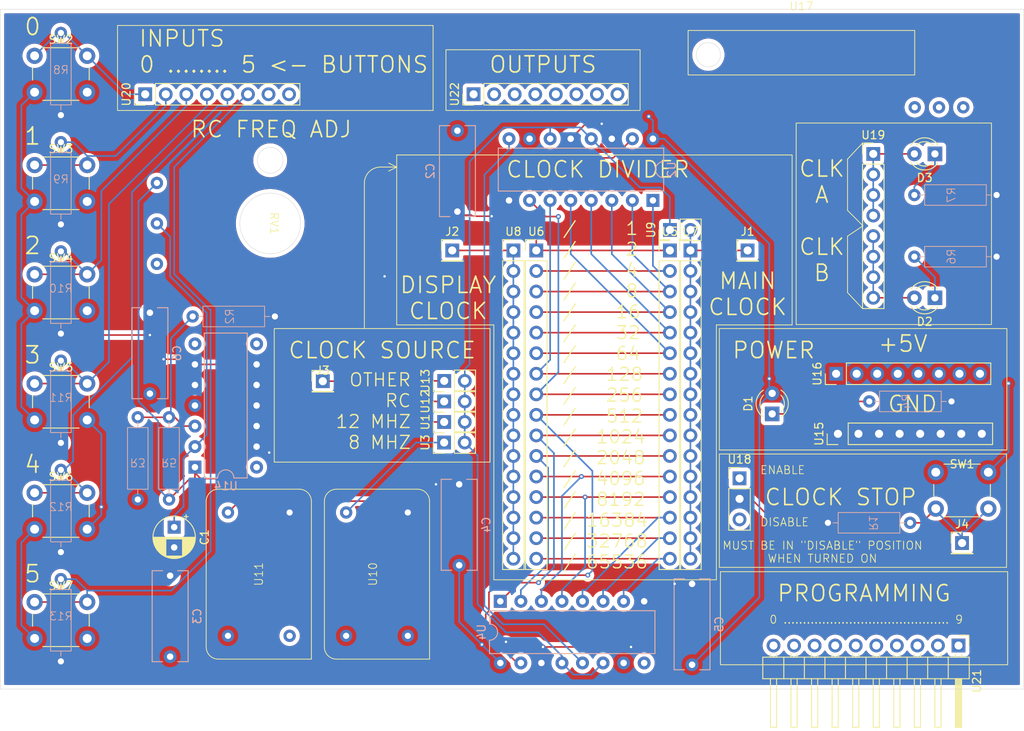
<source format=kicad_pcb>
(kicad_pcb (version 20240108) (generator "pcbnew") (generator_version "8.0")
  (layers (0 "F.Cu" signal) (31 "B.Cu" signal) (34 "B.Paste" user) (35 "F.Paste" user) (36 "B.SilkS" user "B.Silkscreen") (37 "F.SilkS" user "F.Silkscreen") (38 "B.Mask" user) (39 "F.Mask" user) (44 "Edge.Cuts" user))
  (net 0 "")
  (net 1 "Net-(U14-IN-_1)")
  (net 2 "Net-(D1-A)")
  (net 3 "Net-(D1-K)")
  (net 4 "Net-(D2-A)")
  (net 5 "Net-(D2-K)")
  (net 6 "Net-(D3-A)")
  (net 7 "Net-(D3-K)")
  (net 8 "Net-(J1-Pin_1)")
  (net 9 "Net-(J2-Pin_1)")
  (net 10 "Net-(J3-Pin_1)")
  (net 11 "Net-(J4-Pin_1)")
  (net 12 "Net-(U14-IN+_1)")
  (net 13 "Net-(U12-A)")
  (net 15 "Net-(U1-B)")
  (net 16 "Net-(U1-A)")
  (net 17 "Net-(U2-Q6)")
  (net 18 "Net-(U2-Q4)")
  (net 19 "Net-(U2-Q1)")
  (net 20 "Net-(U2-RCO#)")
  (net 21 "Net-(U2-Q7)")
  (net 22 "Net-(U2-Q5)")
  (net 23 "Net-(U2-Q2)")
  (net 24 "Net-(U2-Q0)")
  (net 25 "Net-(U2-Q3)")
  (net 26 "Net-(U10-CLK)")
  (net 27 "Net-(U4-Q4)")
  (net 28 "Net-(U4-Q5)")
  (net 29 "Net-(U4-Q6)")
  (net 30 "Net-(U4-Q2)")
  (net 31 "Net-(U4-Q3)")
  (net 32 "Net-(U4-Q0)")
  (net 33 "Net-(U4-Q7)")
  (net 34 "Net-(U4-Q1)")
  (net 45 "Net-(U10-GND)")
  (net 46 "Net-(U20-0)")
  (net 47 "Net-(U20-1)")
  (net 48 "Net-(U20-2)")
  (net 49 "Net-(U20-3)")
  (net 50 "Net-(U20-4)")
  (net 51 "Net-(U20-5)")
  (footprint "custom_footprint_library:panel_mount_pot" (layer "F.Cu") (at 87.865 73.46 -90)
    (property "Reference" "RV1")
    (property "Value" "R_Potentiometer")
    (fp_circle (center -7.8 0) (end -6.2 0) (stroke (width 0.05)) (fill none) (layer "Edge.Cuts"))
    (fp_circle (center 0 0) (end 3.75 0) (stroke (width 0.05)) (fill none) (layer "Edge.Cuts"))
  )
  (footprint "Connector_PinHeader_2.54mm:PinHeader_1x01_P2.54mm_Vertical" (layer "F.Cu") (at 94.365 92.96)
    (property "Reference" "J3")
    (property "Value" "Conn_01x01_Pin")
  )
  (footprint "LED_THT:LED_D3.0mm" (layer "F.Cu") (at 149.9 97 90)
    (property "Reference" "D1")
    (property "Value" "LED")
  )
  (footprint "Connector_PinHeader_2.54mm:PinHeader_1x08_P2.54mm_Vertical" (layer "F.Cu") (at 113 57.5 90)
    (property "Reference" "U22")
    (property "Value" "~")
  )
  (footprint "Connector_PinHeader_2.54mm:PinHeader_1x16_P2.54mm_Vertical" (layer "F.Cu") (at 117.915 76.8)
    (property "Reference" "U8")
    (property "Value" "~")
  )
  (footprint "Connector_PinHeader_2.54mm:PinHeader_1x08_P2.54mm_Vertical" (layer "F.Cu") (at 162.39 64.87)
    (property "Reference" "U19")
    (property "Value" "~")
  )
  (footprint "Button_Switch_THT:SW_PUSH_6mm" (layer "F.Cu") (at 58.75 79.75)
    (property "Reference" "SW4")
    (property "Value" "SW_Push")
  )
  (footprint "Connector_PinHeader_2.54mm:PinHeader_1x08_P2.54mm_Vertical" (layer "F.Cu") (at 158.025 99.46 90)
    (property "Reference" "U15")
    (property "Value" "~")
  )
  (footprint "Capacitor_THT:CP_Radial_D5.0mm_P2.50mm" (layer "F.Cu") (at 76 111 -90)
    (property "Reference" "C1")
    (property "Value" "C")
  )
  (footprint "Button_Switch_THT:SW_PUSH_6mm" (layer "F.Cu") (at 58.75 106.75)
    (property "Reference" "SW6")
    (property "Value" "SW_Push")
  )
  (footprint "LED_THT:LED_D3.0mm" (layer "F.Cu") (at 170.01 64.87 180)
    (property "Reference" "D3")
    (property "Value" "LED")
  )
  (footprint "Button_Switch_THT:SW_PUSH_6mm" (layer "F.Cu") (at 58.75 66.25)
    (property "Reference" "SW3")
    (property "Value" "SW_Push")
  )
  (footprint "Button_Switch_THT:SW_PUSH_6mm" (layer "F.Cu") (at 58.75 93.25)
    (property "Reference" "SW5")
    (property "Value" "SW_Push")
  )
  (footprint "Connector_PinHeader_2.54mm:PinHeader_1x01_P2.54mm_Vertical" (layer "F.Cu") (at 173.365 112.96)
    (property "Reference" "J4")
    (property "Value" "Conn_01x01_Pin" (hide yes))
  )
  (footprint "Connector_PinHeader_2.54mm:PinHeader_1x10_P2.54mm_Horizontal" (layer "F.Cu") (at 172.925 125.625 -90)
    (property "Reference" "U21")
    (property "Value" "~")
  )
  (footprint "custom_footprint_library:crystal_dip_14" (layer "F.Cu") (at 86.455 116.805 90)
    (property "Reference" "U11")
    (property "Value" "~")
  )
  (footprint "Button_Switch_THT:SW_PUSH_6mm" (layer "F.Cu") (at 58.75 52.75)
    (property "Reference" "SW2")
    (property "Value" "SW_Push")
  )
  (footprint "Connector_PinHeader_2.54mm:PinHeader_1x16_P2.54mm_Vertical" (layer "F.Cu") (at 120.745 76.8)
    (property "Reference" "U6")
    (property "Value" "~")
  )
  (footprint "Connector_PinHeader_2.54mm:PinHeader_1x02_P2.54mm_Vertical" (layer "F.Cu") (at 109.365 98 90)
    (property "Reference" "U1")
    (property "Value" "~")
  )
  (footprint "Connector_PinHeader_2.54mm:PinHeader_1x03_P2.54mm_Vertical" (layer "F.Cu") (at 145.865 104.96)
    (property "Reference" "U18")
    (property "Value" "~")
  )
  (footprint "Button_Switch_THT:SW_PUSH_6mm" (layer "F.Cu") (at 58.75 120.25)
    (property "Reference" "SW7")
    (property "Value" "SW_Push")
  )
  (footprint "custom_footprint_library:manual_clock_switch_side" (layer "F.Cu") (at 153.5125 47.1125)
    (property "Reference" "U17")
    (property "Value" "~")
    (fp_circle (center -11.5 5.5) (end -11.5 7) (stroke (width 0.05)) (fill none) (layer "Edge.Cuts"))
  )
  (footprint "Connector_PinHeader_2.54mm:PinHeader_1x02_P2.54mm_Vertical" (layer "F.Cu") (at 137.255 74.26 90)
    (property "Reference" "U9")
    (property "Value" "~")
  )
  (footprint "Connector_PinHeader_2.54mm:PinHeader_1x02_P2.54mm_Vertical" (layer "F.Cu") (at 109.365 95.46 90)
    (property "Reference" "U12")
    (property "Value" "~")
  )
  (footprint "custom_footprint_library:crystal_dip_14" (layer "F.Cu") (at 101.06 116.805 90)
    (property "Reference" "U10")
    (property "Value" "~")
  )
  (footprint "Connector_PinHeader_2.54mm:PinHeader_1x01_P2.54mm_Vertical" (layer "F.Cu") (at 146.865 76.8)
    (property "Reference" "J1")
    (property "Value" "Conn_01x01_Pin")
  )
  (footprint "Connector_PinHeader_2.54mm:PinHeader_1x01_P2.54mm_Vertical" (layer "F.Cu") (at 110.365 76.8)
    (property "Reference" "J2")
    (property "Value" "Conn_01x01_Pin")
  )
  (footprint "Connector_PinHeader_2.54mm:PinHeader_1x08_P2.54mm_Vertical" (layer "F.Cu") (at 157.8 92.04 90)
    (property "Reference" "U16")
    (property "Value" "~")
  )
  (footprint "Connector_PinHeader_2.54mm:PinHeader_1x02_P2.54mm_Vertical" (layer "F.Cu") (at 109.36 100.54 90)
    (property "Reference" "U3")
    (property "Value" "~")
  )
  (footprint "LED_THT:LED_D3.0mm" (layer "F.Cu") (at 170.01 82.65 180)
    (property "Reference" "D2")
    (property "Value" "LED")
  )
  (footprint "Button_Switch_THT:SW_PUSH_6mm" (layer "F.Cu") (at 170.115 104.21)
    (property "Reference" "SW1")
    (property "Value" "SW_Push")
  )
  (footprint "Connector_PinHeader_2.54mm:PinHeader_1x08_P2.54mm_Vertical" (layer "F.Cu") (at 72.42 57.5 90)
    (property "Reference" "U20")
    (property "Value" "~")
  )
  (footprint "Connector_PinHeader_2.54mm:PinHeader_1x16_P2.54mm_Vertical" (layer "F.Cu") (at 139.795 76.8)
    (property "Reference" "U7")
    (property "Value" "~")
  )
  (footprint "Connector_PinHeader_2.54mm:PinHeader_1x02_P2.54mm_Vertical" (layer "F.Cu") (at 109.37 92.92 90)
    (property "Reference" "U13")
    (property "Value" "~")
  )
  (footprint "Connector_PinHeader_2.54mm:PinHeader_1x16_P2.54mm_Vertical" (layer "F.Cu") (at 137.255 76.8)
    (property "Reference" "U5")
    (property "Value" "~")
  )
  (footprint "custom_footprint_library:0.4_pitch_resistor" (layer "B.Cu") (at 166.98 95.46 -90)
    (property "Reference" "R4")
    (property "Value" "R")
  )
  (footprint "custom_footprint_library:0.4_pitch_resistor" (layer "B.Cu") (at 172.55 69.95 -90)
    (property "Reference" "R7")
    (property "Value" "R")
  )
  (footprint "custom_footprint_library:0.4_pitch_resistor" (layer "B.Cu") (at 62 55 180)
    (property "Reference" "R8")
    (property "Value" "R")
  )
  (footprint "custom_footprint_library:0.4_pitch_resistor" (layer "B.Cu") (at 83.365 84.96 -90)
    (property "Reference" "R2")
    (property "Value" "R")
  )
  (footprint "Capacitor_THT:C_Rect_L11.0mm_W4.2mm_P10.00mm_MKT" (layer "B.Cu") (at 73 94.5 90)
    (property "Reference" "C6")
    (property "Value" "C")
  )
  (footprint "Package_DIP:DIP-16_W7.62mm" (layer "B.Cu") (at 135.16 70.62 90)
    (property "Reference" "U2")
    (property "Value" "~")
  )
  (footprint "custom_footprint_library:0.4_pitch_resistor" (layer "B.Cu") (at 62 82 180)
    (property "Reference" "R10")
    (property "Value" "R")
  )
  (footprint "custom_footprint_library:0.4_pitch_resistor" (layer "B.Cu") (at 172.55 77.57 -90)
    (property "Reference" "R6")
    (property "Value" "R")
  )
  (footprint "custom_footprint_library:0.4_pitch_resistor" (layer "B.Cu") (at 75.365 102.5)
    (property "Reference" "R5")
    (property "Value" "R")
  )
  (footprint "custom_footprint_library:0.4_pitch_resistor" (layer "B.Cu") (at 62 68.5 180)
    (property "Reference" "R9")
    (property "Value" "R")
  )
  (footprint "custom_footprint_library:0.4_pitch_resistor" (layer "B.Cu") (at 62 109 180)
    (property "Reference" "R12")
    (property "Value" "R")
  )
  (footprint "Package_DIP:DIP-16_W7.62mm" (layer "B.Cu") (at 116.3 120.16 -90)
    (property "Reference" "U4")
    (property "Value" "~")
  )
  (footprint "Capacitor_THT:C_Rect_L11.0mm_W4.2mm_P10.00mm_MKT" (layer "B.Cu") (at 111 62 -90)
    (property "Reference" "C2")
    (property "Value" "C")
  )
  (footprint "custom_footprint_library:0.4_pitch_resistor" (layer "B.Cu") (at 62 95.5 180)
    (property "Reference" "R11")
    (property "Value" "R")
  )
  (footprint "custom_footprint_library:0.4_pitch_resistor" (layer "B.Cu") (at 71.5 102.5)
    (property "Reference" "R3")
    (property "Value" "R")
  )
  (footprint "custom_footprint_library:0.4_pitch_resistor" (layer "B.Cu") (at 62 122.5 180)
    (property "Reference" "R13")
    (property "Value" "R")
  )
  (footprint "Capacitor_THT:C_Rect_L11.0mm_W4.2mm_P10.00mm_MKT" (layer "B.Cu") (at 75.5 127 90)
    (property "Reference" "C3")
    (property "Value" "C")
  )
  (footprint "custom_footprint_library:0.4_pitch_resistor" (layer "B.Cu") (at 161.865 110.46 90)
    (property "Reference" "R1")
    (property "Value" "R")
  )
  (footprint "Capacitor_THT:C_Rect_L11.0mm_W4.2mm_P10.00mm_MKT" (layer "B.Cu") (at 140 128 90)
    (property "Reference" "C5")
    (property "Value" "C")
  )
  (footprint "Capacitor_THT:C_Rect_L11.0mm_W4.2mm_P10.00mm_MKT" (layer "B.Cu") (at 111.22 115.705 90)
    (property "Reference" "C4")
    (property "Value" "C")
  )
  (footprint "Package_DIP:DIP-14_W7.62mm" (layer "B.Cu") (at 78.565 103.585)
    (property "Reference" "U14")
    (property "Value" "~")
  )
  (gr_rect (start 152.865 61.06) (end 176.995 85.96) (stroke (width 0.1)) (fill none) (layer "F.SilkS"))
  (gr_line (start 152.365 65) (end 152.365 86) (stroke (width 0.1)) (layer "F.SilkS"))
  (gr_line (start 159.215 65.505) (end 159.215 71.855) (stroke (width 0.1)) (layer "F.SilkS"))
  (gr_rect (start 69 49) (end 108 59.5) (stroke (width 0.1)) (fill none) (layer "F.SilkS"))
  (gr_line (start 103.5 66.5) (end 102.5 67) (stroke (width 0.1)) (layer "F.SilkS"))
  (gr_line (start 103.5 65) (end 152.365 65) (stroke (width 0.1)) (layer "F.SilkS"))
  (gr_line (start 152.365 86) (end 143 86) (stroke (width 0.1)) (layer "F.SilkS"))
  (gr_line (start 159.215 71.855) (end 161.12 73.76) (stroke (width 0.1)) (layer "F.SilkS"))
  (gr_line (start 115.5 86) (end 103.5 86) (stroke (width 0.1)) (layer "F.SilkS"))
  (gr_line (start 115.5 117.5) (end 115.5 86) (stroke (width 0.1)) (layer "F.SilkS"))
  (gr_rect (start 143.365 101.96) (end 178.865 115.96) (stroke (width 0.1)) (fill none) (layer "F.SilkS"))
  (gr_line (start 103.5 86) (end 103.5 65) (stroke (width 0.1)) (layer "F.SilkS"))
  (gr_rect (start 109.58 52) (end 133.58 59.5) (stroke (width 0.1)) (fill none) (layer "F.SilkS"))
  (gr_line (start 159.215 75.03) (end 159.215 82.015) (stroke (width 0.1)) (layer "F.SilkS"))
  (gr_line (start 159.215 82.015) (end 161.06 83.98) (stroke (width 0.1)) (layer "F.SilkS"))
  (gr_line (start 143 117.5) (end 115.5 117.5) (stroke (width 0.1)) (layer "F.SilkS"))
  (gr_line (start 101.5 66.5) (end 103.5 66.5) (stroke (width 0.1)) (layer "F.SilkS"))
  (gr_arc (start 99.5 68.5) (mid 100.085786 67.085786) (end 101.5 66.5) (stroke (width 0.1)) (layer "F.SilkS"))
  (gr_line (start 103.5 66.5) (end 102.5 66) (stroke (width 0.1)) (layer "F.SilkS"))
  (gr_line (start 161.12 73.76) (end 159.215 75.03) (stroke (width 0.1)) (layer "F.SilkS"))
  (gr_line (start 161.06 63.54) (end 159.215 65.505) (stroke (width 0.1)) (layer "F.SilkS"))
  (gr_line (start 99.5 86.46) (end 99.5 68.5) (stroke (width 0.1)) (layer "F.SilkS"))
  (gr_line (start 143 86) (end 143 117.5) (stroke (width 0.1)) (layer "F.SilkS"))
  (gr_rect (start 54.5 47) (end 181 131) (stroke (width 0.05)) (fill none) (layer "Edge.Cuts"))
  (gr_text "CLK\nA\n\nCLK\nB" (at 156.04 80.745 0) (layer "F.SilkS") (effects (font (size 2 2) (thickness 0.2)) (justify bottom)))
  (gr_text "OUTPUTS" (at 121.58 55 0) (layer "F.SilkS") (effects (font (size 2 2) (thickness 0.2)) (justify bottom)))
  (gr_text "CLOCK DIVIDER" (at 128.365 67.96 0) (layer "F.SilkS") (effects (font (size 2 2) (thickness 0.2)) (justify bottom)))
  (gr_text "OTHER\nRC\n12 MHZ\n8 MHZ" (at 105.365 101.46 0) (layer "F.SilkS") (effects (font (size 1.6 1.6) (thickness 0.16)) (justify right bottom)))
  (gr_text "/     1\n/     2\n/     4\n/     8\n/    16\n/    32\n/    64\n/   128\n/   256\n/   512\n/  1024\n/  2048\n/  4096\n/  8192\n/ 16384\n/ 32768\n/ 65536\n" (at 123.92 116.23 0) (layer "F.SilkS") (effects (font (size 1.6 1.6) (thickness 0.16)) (justify left bottom)))
  (gr_text "DISPLAY\nCLOCK" (at 109.865 85.46 0) (layer "F.SilkS") (effects (font (size 2 2) (thickness 0.2)) (justify bottom)))
  (gr_text "INPUTS\n0 ........ 5 <- BUTTONS" (at 71.54 55 0) (layer "F.SilkS") (effects (font (size 2 2) (thickness 0.2)) (justify left bottom)))
  (gr_text "0 ........................................... 9" (at 149.5 123 0) (layer "F.SilkS") (effects (font (size 1 1) (thickness 0.1)) (justify left bottom)))
  (gr_text "0\n\n\n\n1\n\n\n\n2\n\n\n\n3\n\n\n\n4\n\n\n\n5" (at 58.5 118 0) (layer "F.SilkS") (effects (font (size 2.1 2.1) (thickness 0.21)) (justify bottom)))
  (gr_text "CLOCK STOP" (at 158.365 108.46 0) (layer "F.SilkS") (effects (font (size 2 2) (thickness 0.2)) (justify bottom)))
  (gr_text "ENABLE\n\n\n\nDISABLE" (at 148.365 110.96 0) (layer "F.SilkS") (effects (font (size 1 1) (thickness 0.1)) (justify left bottom)))
  (gr_text "GND" (at 164.065 96.96 0) (layer "F.SilkS") (effects (font (size 2 2) (thickness 0.2)) (justify left bottom)))
  (gr_text "+5V" (at 162.88 89.5 0) (layer "F.SilkS") (effects (font (size 2 2) (thickness 0.2)) (justify left bottom)))
  (gr_text "RC FREQ ADJ" (at 88 63 0) (layer "F.SilkS") (effects (font (size 2 2) (thickness 0.2)) (justify bottom)))
  (gr_text "MUST BE IN {dblquote}DISABLE{dblquote} POSITION\nWHEN TURNED ON" (at 156.115 115.46 0) (layer "F.SilkS") (effects (font (size 1 1) (thickness 0.1)) (justify bottom)))
  (gr_text "MAIN\nCLOCK" (at 146.865 84.96 0) (layer "F.SilkS") (effects (font (size 2 2) (thickness 0.2)) (justify bottom)))
  (gr_text_box "POWER" (start 143.365 86.46) (end 178.9 101.46) (layer "F.SilkS") (effects (font (size 2 2) (thickness 0.2)) (justify left top)) (border yes) (stroke (width 0.1)))
  (gr_text_box "PROGRAMMING" (start 143.5 116.5) (end 179 128) (layer "F.SilkS") (effects (font (size 2 2) (thickness 0.2)) (justify top)) (border yes) (stroke (width 0.1)))
  (gr_text_box "CLOCK SOURCE" (start 88.365 86.46) (end 115.035 102.96) (layer "F.SilkS") (effects (font (size 2 2) (thickness 0.2)) (justify top)) (border yes) (stroke (width 0.1)))
  (segment (start 77.1633 108.435) (end 77.1633 102.4467) (width 0.2) (layer "B.Cu") (net 1))
  (segment (start 73.865 73.46) (end 75.5 75.095) (width 0.2) (layer "B.Cu") (net 1))
  (segment (start 75.5 75.095) (end 75.5 80) (width 0.2) (layer "B.Cu") (net 1))
  (segment (start 75.5 80) (end 80.0111 84.5111) (width 0.2) (layer "B.Cu") (net 1))
  (segment (start 80.0111 84.5111) (end 80.0111 99.5989) (width 0.2) (layer "B.Cu") (net 1))
  (segment (start 80.0111 99.5989) (end 78.565 101.045) (width 0.2) (layer "B.Cu") (net 1))
  (segment (start 76 111) (end 76 109.5983) (width 0.2) (layer "B.Cu") (net 1))
  (segment (start 77.1633 102.4467) (end 78.565 101.045) (width 0.2) (layer "B.Cu") (net 1))
  (segment (start 76 109.5983) (end 77.1633 108.435) (width 0.2) (layer "B.Cu") (net 1))
  (segment (start 78.565 95.965) (end 77.1633 95.965) (width 0.2) (layer "F.Cu") (net 2))
  (segment (start 73 94.5) (end 68.5 94.5) (width 0.2) (layer "F.Cu") (net 2))
  (segment (start 132.9727 129.2127) (end 131.54 127.78) (width 0.2) (layer "F.Cu") (net 2))
  (segment (start 95.8765 125.7985) (end 97.25 124.425) (width 0.2) (layer "F.Cu") (net 2))
  (segment (start 117.7017 129.1817) (end 130.1383 129.1817) (width 0.2) (layer "F.Cu") (net 2))
  (segment (start 75.5 127) (end 73.25 124.75) (width 0.2) (layer "F.Cu") (net 2))
  (segment (start 111.4258 61.5742) (end 118.4942 61.5742) (width 0.2) (layer "F.Cu") (net 2))
  (segment (start 75.6983 94.5) (end 73 94.5) (width 0.2) (layer "F.Cu") (net 2))
  (segment (start 165.42 92.04) (end 167.96 92.04) (width 0.2) (layer "F.Cu") (net 2))
  (segment (start 167.96 92.04) (end 170.5 92.04) (width 0.2) (layer "F.Cu") (net 2))
  (segment (start 116.3 127.78) (end 117.7017 129.1817) (width 0.2) (layer "F.Cu") (net 2))
  (segment (start 138.7873 129.2127) (end 132.9727 129.2127) (width 0.2) (layer "F.Cu") (net 2))
  (segment (start 75.5 127) (end 80.07 127) (width 0.2) (layer "F.Cu") (net 2))
  (segment (start 58.75 97.75) (end 65.25 97.75) (width 0.2) (layer "F.Cu") (net 2))
  (segment (start 140 128) (end 138.7873 129.2127) (width 0.2) (layer "F.Cu") (net 2))
  (segment (start 67.0009 108.4928) (end 70.5872 108.4928) (width 0.2) (layer "F.Cu") (net 2))
  (segment (start 58.75 111.25) (end 65.25 111.25) (width 0.2) (layer "F.Cu") (net 2))
  (segment (start 130.1383 129.1817) (end 131.54 127.78) (width 0.2) (layer "F.Cu") (net 2))
  (segment (start 173.04 92.04) (end 175.58 92.04) (width 0.2) (layer "F.Cu") (net 2))
  (segment (start 70.5872 108.4928) (end 71.5 107.58) (width 0.2) (layer "F.Cu") (net 2))
  (segment (start 122.673 60.247) (end 119.92 63) (width 0.2) (layer "F.Cu") (net 2))
  (segment (start 111 62) (end 111.4258 61.5742) (width 0.2) (layer "F.Cu") (net 2))
  (segment (start 104.87 124.425) (end 97.25 124.425) (width 0.2) (layer "F.Cu") (net 2))
  (segment (start 58.75 84.25) (end 65.25 84.25) (width 0.2) (layer "F.Cu") (net 2))
  (segment (start 170.115 104.21) (end 176.615 104.21) (width 0.2) (layer "F.Cu") (net 2))
  (segment (start 175.58 92.04) (end 177.0317 92.04) (width 0.2) (layer "F.Cu") (net 2))
  (segment (start 157.8 92.04) (end 156.3483 92.04) (width 0.2) (layer "F.Cu") (net 2))
  (segment (start 170.5 92.04) (end 173.04 92.04) (width 0.2) (layer "F.Cu") (net 2))
  (segment (start 134.6461 60.247) (end 122.673 60.247) (width 0.2) (layer "F.Cu") (net 2))
  (segment (start 112.945 124.425) (end 114.02 125.5) (width 0.2) (layer "F.Cu") (net 2))
  (segment (start 118.4942 61.5742) (end 119.92 63) (width 0.2) (layer "F.Cu") (net 2))
  (segment (start 77.1633 95.965) (end 75.6983 94.5) (width 0.2) (layer "F.Cu") (net 2))
  (segment (start 157.8 92.04) (end 160.34 92.04) (width 0.2) (layer "F.Cu") (net 2))
  (segment (start 162.88 92.04) (end 165.42 92.04) (width 0.2) (layer "F.Cu") (net 2))
  (segment (start 155.7388 92.6495) (end 156.3483 92.04) (width 0.2) (layer "F.Cu") (net 2))
  (segment (start 58.75 124.75) (end 65.25 124.75) (width 0.2) (layer "F.Cu") (net 2))
  (segment (start 58.75 70.75) (end 65.25 70.75) (width 0.2) (layer "F.Cu") (net 2))
  (segment (start 58.75 57.25) (end 65.25 57.25) (width 0.2) (layer "F.Cu") (net 2))
  (segment (start 80.07 127) (end 82.645 124.425) (width 0.2) (layer "F.Cu") (net 2))
  (segment (start 73.25 124.75) (end 65.25 124.75) (width 0.2) (layer "F.Cu") (net 2))
  (segment (start 68.5 94.5) (end 65.25 97.75) (width 0.2) (layer "F.Cu") (net 2))
  (segment (start 84.0185 125.7985) (end 95.8765 125.7985) (width 0.2) (layer "F.Cu") (net 2))
  (segment (start 82.645 124.425) (end 84.0185 125.7985) (width 0.2) (layer "F.Cu") (net 2))
  (segment (start 178.2254 93.2337) (end 177.0317 92.04) (width 0.2) (layer "F.Cu") (net 2))
  (segment (start 104.87 124.425) (end 112.945 124.425) (width 0.2) (layer "F.Cu") (net 2))
  (segment (start 179.11 93.2337) (end 178.2254 93.2337) (width 0.2) (layer "F.Cu") (net 2))
  (segment (start 160.34 92.04) (end 162.88 92.04) (width 0.2) (layer "F.Cu") (net 2))
  (segment (start 149.5415 92.6495) (end 155.7388 92.6495) (width 0.2) (layer "F.Cu") (net 2))
  (via (at 134.6461 60.247) (size 0.6) (drill 0.3) (layers "F.Cu" "B.Cu") (net 2))
  (via (at 67.0009 108.4928) (size 0.6) (drill 0.3) (layers "F.Cu" "B.Cu") (net 2))
  (via (at 149.5415 92.6495) (size 0.6) (drill 0.3) (layers "F.Cu" "B.Cu") (net 2))
  (via (at 114.02 125.5) (size 0.6) (drill 0.3) (layers "F.Cu" "B.Cu") (net 2))
  (via (at 179.11 93.2337) (size 0.6) (drill 0.3) (layers "F.Cu" "B.Cu") (net 2))
  (segment (start 57.1149 96.1149) (end 57.1149 85.8851) (width 0.2) (layer "B.Cu") (net 2))
  (segment (start 149.8104 94.3703) (end 149.5415 94.1015) (width 0.2) (layer "B.Cu") (net 2))
  (segment (start 58.75 84.25) (end 57.1149 82.6149) (width 0.2) (layer "B.Cu") (net 2))
  (segment (start 111.22 115.705) (end 111.22 122.7) (width 0.2) (layer "B.Cu") (net 2))
  (segment (start 135.16 60.7609) (end 134.6461 60.247) (width 0.2) (layer "B.Cu") (net 2))
  (segment (start 65.25 97.75) (end 67.0009 99.5009) (width 0.2) (layer "B.Cu") (net 2))
  (segment (start 149.9 94.46) (end 149.8104 94.3703) (width 0.2) (layer "B.Cu") (net 2))
  (segment (start 135.16 63) (end 135.16 60.7609) (width 0.2) (layer "B.Cu") (net 2))
  (segment (start 116.3 127.78) (end 114.02 125.5) (width 0.2) (layer "B.Cu") (net 2))
  (segment (start 57.1149 112.8851) (end 57.1149 123.1149) (width 0.2) (layer "B.Cu") (net 2))
  (segment (start 65.25 111.25) (end 67.0009 109.4991) (width 0.2) (layer "B.Cu") (net 2))
  (segment (start 58.75 70.75) (end 57.1197 69.1197) (width 0.2) (layer "B.Cu") (net 2))
  (segment (start 149.5415 94.1015) (end 149.5415 92.6495) (width 0.2) (layer "B.Cu") (net 2))
  (segment (start 57.1149 72.3851) (end 58.75 70.75) (width 0.2) (layer "B.Cu") (net 2))
  (segment (start 67.0009 109.4991) (end 67.0009 108.4928) (width 0.2) (layer "B.Cu") (net 2))
  (segment (start 57.1197 69.1197) (end 57.1197 58.8803) (width 0.2) (layer "B.Cu") (net 2))
  (segment (start 58.75 97.75) (end 57.1149 96.1149) (width 0.2) (layer "B.Cu") (net 2))
  (segment (start 148.3152 119.6848) (end 148.3152 95.8655) (width 0.2) (layer "B.Cu") (net 2))
  (segment (start 179.11 101.715) (end 179.11 93.2337) (width 0.2) (layer "B.Cu") (net 2))
  (segment (start 148.3152 95.8655) (end 149.8104 94.3703) (width 0.2) (layer "B.Cu") (net 2))
  (segment (start 136.5617 63) (end 149.5415 75.9798) (width 0.2) (layer "B.Cu") (net 2))
  (segment (start 135.16 63) (end 136.5617 63) (width 0.2) (layer "B.Cu") (net 2))
  (segment (start 111.22 122.7) (end 114.02 125.5) (width 0.2) (layer "B.Cu") (net 2))
  (segment (start 57.1197 58.8803) (end 58.75 57.25) (width 0.2) (layer "B.Cu") (net 2))
  (segment (start 57.1149 123.1149) (end 58.75 124.75) (width 0.2) (layer "B.Cu") (net 2))
  (segment (start 67.0009 99.5009) (end 67.0009 108.4928) (width 0.2) (layer "B.Cu") (net 2))
  (segment (start 140 128) (end 148.3152 119.6848) (width 0.2) (layer "B.Cu") (net 2))
  (segment (start 57.1149 82.6149) (end 57.1149 72.3851) (width 0.2) (layer "B.Cu") (net 2))
  (segment (start 58.75 111.25) (end 57.1149 112.8851) (width 0.2) (layer "B.Cu") (net 2))
  (segment (start 57.1149 85.8851) (end 58.75 84.25) (width 0.2) (layer "B.Cu") (net 2))
  (segment (start 149.5415 75.9798) (end 149.5415 92.6495) (width 0.2) (layer "B.Cu") (net 2))
  (segment (start 176.615 104.21) (end 179.11 101.715) (width 0.2) (layer "B.Cu") (net 2))
  (segment (start 152.9417 95.46) (end 151.4017 97) (width 0.2) (layer "F.Cu") (net 3))
  (segment (start 161.9 95.46) (end 152.9417 95.46) (width 0.2) (layer "F.Cu") (net 3))
  (segment (start 149.9 97) (end 151.4017 97) (width 0.2) (layer "F.Cu") (net 3))
  (segment (start 167.47 82.65) (end 162.39 82.65) (width 0.2) (layer "F.Cu") (net 4))
  (segment (start 162.39 77.57) (end 162.39 75.03) (width 0.2) (layer "B.Cu") (net 4))
  (segment (start 162.39 82.65) (end 162.39 80.11) (width 0.2) (layer "B.Cu") (net 4))
  (segment (start 162.39 80.11) (end 162.39 77.57) (width 0.2) (layer "B.Cu") (net 4))
  (segment (start 167.47 77.57) (end 170.01 80.11) (width 0.2) (layer "B.Cu") (net 5))
  (segment (start 170.01 80.11) (end 170.01 82.65) (width 0.2) (layer "B.Cu") (net 5))
  (segment (start 167.47 64.87) (end 162.39 64.87) (width 0.2) (layer "F.Cu") (net 6))
  (segment (start 162.39 72.49) (end 162.39 69.95) (width 0.2) (layer "B.Cu") (net 6))
  (segment (start 162.39 69.95) (end 162.39 67.41) (width 0.2) (layer "B.Cu") (net 6))
  (segment (start 162.39 67.41) (end 162.39 64.87) (width 0.2) (layer "B.Cu") (net 6))
  (segment (start 170.01 64.87) (end 170.01 66.3717) (width 0.2) (layer "B.Cu") (net 7))
  (segment (start 167.47 68.9117) (end 170.01 66.3717) (width 0.2) (layer "B.Cu") (net 7))
  (segment (start 167.47 69.95) (end 167.47 68.9117) (width 0.2) (layer "B.Cu") (net 7))
  (segment (start 139.795 76.8) (end 146.865 76.8) (width 0.2) (layer "F.Cu") (net 8))
  (segment (start 139.795 102.2) (end 139.795 99.66) (width 0.2) (layer "B.Cu") (net 8))
  (segment (start 139.795 81.88) (end 139.795 79.34) (width 0.2) (layer "B.Cu") (net 8))
  (segment (start 139.795 104.74) (end 139.795 102.2) (width 0.2) (layer "B.Cu") (net 8))
  (segment (start 139.795 89.5) (end 139.795 86.96) (width 0.2) (layer "B.Cu") (net 8))
  (segment (start 139.795 109.82) (end 139.795 107.28) (width 0.2) (layer "B.Cu") (net 8))
  (segment (start 139.795 92.04) (end 139.795 89.5) (width 0.2) (layer "B.Cu") (net 8))
  (segment (start 139.795 99.66) (end 139.795 97.12) (width 0.2) (layer "B.Cu") (net 8))
  (segment (start 139.795 79.34) (end 139.795 76.8) (width 0.2) (layer "B.Cu") (net 8))
  (segment (start 139.795 74.26) (end 139.795 76.8) (width 0.2) (layer "B.Cu") (net 8))
  (segment (start 139.795 94.58) (end 139.795 92.04) (width 0.2) (layer "B.Cu") (net 8))
  (segment (start 139.795 112.36) (end 139.795 109.82) (width 0.2) (layer "B.Cu") (net 8))
  (segment (start 139.795 86.96) (end 139.795 84.42) (width 0.2) (layer "B.Cu") (net 8))
  (segment (start 139.795 84.42) (end 139.795 81.88) (width 0.2) (layer "B.Cu") (net 8))
  (segment (start 139.795 97.12) (end 139.795 94.58) (width 0.2) (layer "B.Cu") (net 8))
  (segment (start 139.795 114.9) (end 139.795 112.36) (width 0.2) (layer "B.Cu") (net 8))
  (segment (start 139.795 107.28) (end 139.795 104.74) (width 0.2) (layer "B.Cu") (net 8))
  (segment (start 117.915 76.8) (end 110.365 76.8) (width 0.2) (layer "F.Cu") (net 9))
  (segment (start 117.915 81.88) (end 117.915 79.34) (width 0.2) (layer "B.Cu") (net 9))
  (segment (start 117.915 92.04) (end 117.915 89.5) (width 0.2) (layer "B.Cu") (net 9))
  (segment (start 117.915 107.28) (end 117.915 104.74) (width 0.2) (layer "B.Cu") (net 9))
  (segment (start 117.915 86.96) (end 117.915 84.42) (width 0.2) (layer "B.Cu") (net 9))
  (segment (start 117.915 94.58) (end 117.915 92.04) (width 0.2) (layer "B.Cu") (net 9))
  (segment (start 117.915 104.74) (end 117.915 102.2) (width 0.2) (layer "B.Cu") (net 9))
  (segment (start 117.915 97.12) (end 117.915 94.58) (width 0.2) (layer "B.Cu") (net 9))
  (segment (start 117.915 79.34) (end 117.915 76.8) (width 0.2) (layer "B.Cu") (net 9))
  (segment (start 117.915 114.9) (end 117.915 112.36) (width 0.2) (layer "B.Cu") (net 9))
  (segment (start 117.915 112.36) (end 117.915 109.82) (width 0.2) (layer "B.Cu") (net 9))
  (segment (start 117.915 102.2) (end 117.915 99.66) (width 0.2) (layer "B.Cu") (net 9))
  (segment (start 117.915 109.82) (end 117.915 107.28) (width 0.2) (layer "B.Cu") (net 9))
  (segment (start 117.915 84.42) (end 117.915 81.88) (width 0.2) (layer "B.Cu") (net 9))
  (segment (start 117.915 89.5) (end 117.915 86.96) (width 0.2) (layer "B.Cu") (net 9))
  (segment (start 117.915 99.66) (end 117.915 97.12) (width 0.2) (layer "B.Cu") (net 9))
  (segment (start 95.8567 92.92) (end 95.8167 92.96) (width 0.2) (layer "F.Cu") (net 10))
  (segment (start 94.365 92.96) (end 95.8167 92.96) (width 0.2) (layer "F.Cu") (net 10))
  (segment (start 109.37 92.92) (end 95.8567 92.92) (width 0.2) (layer "F.Cu") (net 10))
  (segment (start 166.945 110.46) (end 168.365 110.46) (width 0.2) (layer "F.Cu") (net 11))
  (segment (start 168.365 110.46) (end 170.115 108.71) (width 0.2) (layer "F.Cu") (net 11))
  (segment (start 173.365 111.5083) (end 173.8167 111.5083) (width 0.2) (layer "B.Cu") (net 11))
  (segment (start 173.8167 111.5083) (end 176.615 108.71) (width 0.2) (layer "B.Cu") (net 11))
  (segment (start 173.365 112.96) (end 173.365 112.2341) (width 0.2) (layer "B.Cu") (net 11))
  (segment (start 173.365 112.2341) (end 170.115 108.9841) (width 0.2) (layer "B.Cu") (net 11))
  (segment (start 170.115 108.9841) (end 170.115 108.71) (width 0.2) (layer "B.Cu") (net 11))
  (segment (start 173.365 112.2341) (end 173.365 111.5083) (width 0.2) (layer "B.Cu") (net 11))
  (segment (start 76.0783 97.42) (end 75.365 97.42) (width 0.2) (layer "F.Cu") (net 12))
  (segment (start 71.5 97.42) (end 75.365 97.42) (width 0.2) (layer "F.Cu") (net 12))
  (segment (start 77.1633 98.505) (end 76.0783 97.42) (width 0.2) (layer "F.Cu") (net 12))
  (segment (start 78.565 98.505) (end 77.1633 98.505) (width 0.2) (layer "F.Cu") (net 12))
  (segment (start 75.365 97.42) (end 75.5879 97.1971) (width 0.2) (layer "B.Cu") (net 12))
  (segment (start 75.5879 97.1971) (end 75.5879 87.6571) (width 0.2) (layer "B.Cu") (net 12))
  (segment (start 75.5879 87.6571) (end 78.285 84.96) (width 0.2) (layer "B.Cu") (net 12))
  (segment (start 79.2699 104.9907) (end 78.565 104.2858) (width 0.2) (layer "F.Cu") (net 13))
  (segment (start 77.9583 104.9867) (end 75.365 107.58) (width 0.2) (layer "F.Cu") (net 13))
  (segment (start 109.365 95.46) (end 98.7748 95.46) (width 0.2) (layer "F.Cu") (net 13))
  (segment (start 89.2441 104.9907) (end 79.2699 104.9907) (width 0.2) (layer "F.Cu") (net 13))
  (segment (start 78.565 104.2858) (end 78.565 104.9867) (width 0.2) (layer "F.Cu") (net 13))
  (segment (start 98.7748 95.46) (end 89.2441 104.9907) (width 0.2) (layer "F.Cu") (net 13))
  (segment (start 78.565 104.9867) (end 77.9583 104.9867) (width 0.2) (layer "F.Cu") (net 13))
  (segment (start 78.565 103.585) (end 78.565 104.2858) (width 0.2) (layer "F.Cu") (net 13))
  (segment (start 75.365 107.58) (end 74.0013 106.2163) (width 0.2) (layer "B.Cu") (net 13))
  (segment (start 74.0013 97.8665) (end 71.5914 95.4566) (width 0.2) (layer "B.Cu") (net 13))
  (segment (start 71.5914 70.7336) (end 73.865 68.46) (width 0.2) (layer "B.Cu") (net 13))
  (segment (start 74.0013 106.2163) (end 74.0013 97.8665) (width 0.2) (layer "B.Cu") (net 13))
  (segment (start 71.5914 95.4566) (end 71.5914 70.7336) (width 0.2) (layer "B.Cu") (net 13))
  (segment (start 127.5673 129.2127) (end 129 127.78) (width 0.2) (layer "B.Cu") (net 15))
  (segment (start 111.9 99.0883) (end 111.905 99.0833) (width 0.2) (layer "B.Cu") (net 15))
  (segment (start 123.92 127.78) (end 123.92 126.92) (width 0.2) (layer "B.Cu") (net 15))
  (segment (start 111.91 94.0033) (end 111.905 94.0083) (width 0.2) (layer "B.Cu") (net 15))
  (segment (start 116.7186 61.5983) (end 112.5114 65.8055) (width 0.2) (layer "B.Cu") (net 15))
  (segment (start 137.255 70.2034) (end 137.255 74.26) (width 0.2) (layer "B.Cu") (net 15))
  (segment (start 111.905 94.74) (end 111.905 94.0083) (width 0.2) (layer "B.Cu") (net 15))
  (segment (start 123.92 126.92) (end 121 124) (width 0.2) (layer "B.Cu") (net 15))
  (segment (start 123.92 127.78) (end 125.3527 129.2127) (width 0.2) (layer "B.Cu") (net 15))
  (segment (start 113.5 102.14) (end 111.9 100.54) (width 0.2) (layer "B.Cu") (net 15))
  (segment (start 121 124) (end 117 124) (width 0.2) (layer "B.Cu") (net 15))
  (segment (start 117 124) (end 113.5 120.5) (width 0.2) (layer "B.Cu") (net 15))
  (segment (start 113.5 120.5) (end 113.5 102.14) (width 0.2) (layer "B.Cu") (net 15))
  (segment (start 111.91 92.92) (end 111.91 94.0033) (width 0.2) (layer "B.Cu") (net 15))
  (segment (start 125.3527 129.2127) (end 127.5673 129.2127) (width 0.2) (layer "B.Cu") (net 15))
  (segment (start 122.46 63) (end 122.46 61.5983) (width 0.2) (layer "B.Cu") (net 15))
  (segment (start 111.9 100.54) (end 111.9 99.0883) (width 0.2) (layer "B.Cu") (net 15))
  (segment (start 127.54 63) (end 126.1383 61.5983) (width 0.2) (layer "B.Cu") (net 15))
  (segment (start 111.905 95.46) (end 111.905 98) (width 0.2) (layer "B.Cu") (net 15))
  (segment (start 122.46 61.5983) (end 116.7186 61.5983) (width 0.2) (layer "B.Cu") (net 15))
  (segment (start 127.54 63) (end 133.5683 69.0283) (width 0.2) (layer "B.Cu") (net 15))
  (segment (start 126.1383 61.5983) (end 122.46 61.5983) (width 0.2) (layer "B.Cu") (net 15))
  (segment (start 111.905 94.74) (end 111.905 95.46) (width 0.2) (layer "B.Cu") (net 15))
  (segment (start 112.5114 65.8055) (end 112.5114 90.8669) (width 0.2) (layer "B.Cu") (net 15))
  (segment (start 136.0799 69.0283) (end 137.255 70.2034) (width 0.2) (layer "B.Cu") (net 15))
  (segment (start 133.5683 69.0283) (end 136.0799 69.0283) (width 0.2) (layer "B.Cu") (net 15))
  (segment (start 112.5114 90.8669) (end 111.91 91.4683) (width 0.2) (layer "B.Cu") (net 15))
  (segment (start 111.91 92.92) (end 111.91 91.4683) (width 0.2) (layer "B.Cu") (net 15))
  (segment (start 111.905 99.0833) (end 111.905 98) (width 0.2) (layer "B.Cu") (net 15))
  (segment (start 99.5235 98) (end 91.8311 105.6924) (width 0.2) (layer "F.Cu") (net 16))
  (segment (start 91.8311 105.6924) (end 86.1376 105.6924) (width 0.2) (layer "F.Cu") (net 16))
  (segment (start 109.365 98) (end 99.5235 98) (width 0.2) (layer "F.Cu") (net 16))
  (segment (start 86.1376 105.6924) (end 82.645 109.185) (width 0.2) (layer "F.Cu") (net 16))
  (segment (start 137.255 92.04) (end 120.745 92.04) (width 0.2) (layer "F.Cu") (net 17))
  (segment (start 120.745 92.04) (end 122.46 90.325) (width 0.2) (layer "B.Cu") (net 17))
  (segment (start 122.46 90.325) (end 122.46 70.62) (width 0.2) (layer "B.Cu") (net 17))
  (segment (start 137.255 86.96) (end 120.745 86.96) (width 0.2) (layer "F.Cu") (net 18))
  (segment (start 127.54 70.62) (end 127.54 77.245) (width 0.2) (layer "B.Cu") (net 18))
  (segment (start 127.54 77.245) (end 137.255 86.96) (width 0.2) (layer "B.Cu") (net 18))
  (segment (start 137.255 79.34) (end 120.745 79.34) (width 0.2) (layer "F.Cu") (net 19))
  (segment (start 135.16 70.62) (end 135.16 78.6967) (width 0.2) (layer "B.Cu") (net 19))
  (segment (start 137.255 79.34) (end 135.8033 79.34) (width 0.2) (layer "B.Cu") (net 19))
  (segment (start 135.16 78.6967) (end 135.8033 79.34) (width 0.2) (layer "B.Cu") (net 19))
  (segment (start 114.3353 120.6853) (end 114.3353 67.4464) (width 0.2) (layer "B.Cu") (net 20))
  (segment (start 121.6777 122.9977) (end 116.6477 122.9977) (width 0.2) (layer "B.Cu") (net 20))
  (segment (start 117.38 63) (end 117.38 64.4017) (width 0.2) (layer "B.Cu") (net 20))
  (segment (start 116.6477 122.9977) (end 114.3353 120.6853) (width 0.2) (layer "B.Cu") (net 20))
  (segment (start 114.3353 67.4464) (end 117.38 64.4017) (width 0.2) (layer "B.Cu") (net 20))
  (segment (start 126.46 127.78) (end 121.6777 122.9977) (width 0.2) (layer "B.Cu") (net 20))
  (segment (start 121.9116 72.6116) (end 123.4784 72.6116) (width 0.2) (layer "F.Cu") (net 21))
  (segment (start 119.92 70.62) (end 121.9116 72.6116) (width 0.2) (layer "F.Cu") (net 21))
  (segment (start 137.255 94.58) (end 120.745 94.58) (width 0.2) (layer "F.Cu") (net 21))
  (via (at 123.4784 72.6116) (size 0.6) (drill 0.3) (layers "F.Cu" "B.Cu") (net 21))
  (segment (start 123.4784 72.6116) (end 123.4784 91.8466) (width 0.2) (layer "B.Cu") (net 21))
  (segment (start 123.4784 91.8466) (end 120.745 94.58) (width 0.2) (layer "B.Cu") (net 21))
  (segment (start 137.255 89.5) (end 120.745 89.5) (width 0.2) (layer "F.Cu") (net 22))
  (segment (start 125 77.245) (end 137.255 89.5) (width 0.2) (layer "B.Cu") (net 22))
  (segment (start 125 70.62) (end 125 77.245) (width 0.2) (layer "B.Cu") (net 22))
  (segment (start 137.255 81.88) (end 120.745 81.88) (width 0.2) (layer "F.Cu") (net 23))
  (segment (start 132.62 77.245) (end 137.255 81.88) (width 0.2) (layer "B.Cu") (net 23))
  (segment (start 132.62 70.62) (end 132.62 77.245) (width 0.2) (layer "B.Cu") (net 23))
  (segment (start 115.2766 70.9558) (end 115.2766 70.3294) (width 0.2) (layer "F.Cu") (net 24))
  (segment (start 119.6691 75.3483) (end 115.2766 70.9558) (width 0.2) (layer "F.Cu") (net 24))
  (segment (start 120.745 75.3483) (end 119.6691 75.3483) (width 0.2) (layer "F.Cu") (net 24))
  (segment (start 130.2573 65.3627) (end 132.62 63) (width 0.2) (layer "F.Cu") (net 24))
  (segment (start 120.2433 65.3627) (end 130.2573 65.3627) (width 0.2) (layer "F.Cu") (net 24))
  (segment (start 120.745 76.8) (end 120.745 75.3483) (width 0.2) (layer "F.Cu") (net 24))
  (segment (start 115.2766 70.3294) (end 120.2433 65.3627) (width 0.2) (layer "F.Cu") (net 24))
  (segment (start 137.255 76.8) (end 120.745 76.8) (width 0.2) (layer "F.Cu") (net 24))
  (segment (start 137.255 84.42) (end 120.745 84.42) (width 0.2) (layer "F.Cu") (net 25))
  (segment (start 130.08 70.62) (end 130.08 77.245) (width 0.2) (layer "B.Cu") (net 25))
  (segment (start 130.08 77.245) (end 137.255 84.42) (width 0.2) (layer "B.Cu") (net 25))
  (segment (start 105.895 100.54) (end 97.25 109.185) (width 0.2) (layer "B.Cu") (net 26))
  (segment (start 109.36 100.54) (end 105.895 100.54) (width 0.2) (layer "B.Cu") (net 26))
  (segment (start 126.7761 107.28) (end 120.745 107.28) (width 0.2) (layer "F.Cu") (net 27))
  (segment (start 137.255 107.28) (end 126.7761 107.28) (width 0.2) (layer "F.Cu") (net 27))
  (via (at 126.7761 107.28) (size 0.6) (drill 0.3) (layers "F.Cu" "B.Cu") (net 27))
  (segment (start 123.92 120.16) (end 123.92 118.7583) (width 0.2) (layer "B.Cu") (net 27))
  (segment (start 126.7761 115.9022) (end 126.7761 107.28) (width 0.2) (layer "B.Cu") (net 27))
  (segment (start 123.92 118.7583) (end 126.7761 115.9022) (width 0.2) (layer "B.Cu") (net 27))
  (segment (start 137.255 109.82) (end 120.745 109.82) (width 0.2) (layer "F.Cu") (net 28))
  (segment (start 126.46 120.16) (end 126.46 118.7583) (width 0.2) (layer "B.Cu") (net 28))
  (segment (start 126.865 118.7583) (end 126.46 118.7583) (width 0.2) (layer "B.Cu") (net 28))
  (segment (start 135.8033 109.82) (end 126.865 118.7583) (width 0.2) (layer "B.Cu") (net 28))
  (segment (start 137.255 109.82) (end 135.8033 109.82) (width 0.2) (layer "B.Cu") (net 28))
  (segment (start 120.745 112.36) (end 137.255 112.36) (width 0.2) (layer "F.Cu") (net 29))
  (segment (start 137.255 112.36) (end 135.8033 112.36) (width 0.2) (layer "B.Cu") (net 29))
  (segment (start 129 120.16) (end 129 118.7583) (width 0.2) (layer "B.Cu") (net 29))
  (segment (start 129.405 118.7583) (end 129 118.7583) (width 0.2) (layer "B.Cu") (net 29))
  (segment (start 135.8033 112.36) (end 129.405 118.7583) (width 0.2) (layer "B.Cu") (net 29))
  (segment (start 137.255 102.2) (end 120.745 102.2) (width 0.2) (layer "F.Cu") (net 30))
  (segment (start 120.7708 116.9287) (end 120.6696 116.9287) (width 0.2) (layer "B.Cu") (net 30))
  (segment (start 120.745 102.2) (end 122.2034 103.6584) (width 0.2) (layer "B.Cu") (net 30))
  (segment (start 122.2034 103.6584) (end 122.2034 115.4961) (width 0.2) (layer "B.Cu") (net 30))
  (segment (start 122.2034 115.4961) (end 120.7708 116.9287) (width 0.2) (layer "B.Cu") (net 30))
  (segment (start 118.84 120.16) (end 118.84 118.7583) (width 0.2) (layer "B.Cu") (net 30))
  (segment (start 120.6696 116.9287) (end 118.84 118.7583) (width 0.2) (layer "B.Cu") (net 30))
  (segment (start 126.3268 104.74) (end 120.745 104.74) (width 0.2) (layer "F.Cu") (net 31))
  (segment (start 137.255 104.74) (end 126.3268 104.74) (width 0.2) (layer "F.Cu") (net 31))
  (via (at 126.3268 104.74) (size 0.6) (drill 0.3) (layers "F.Cu" "B.Cu") (net 31))
  (segment (start 123.92 107.1468) (end 126.3268 104.74) (width 0.2) (layer "B.Cu") (net 31))
  (segment (start 121.38 118.7583) (end 121.395 118.7583) (width 0.2) (layer "B.Cu") (net 31))
  (segment (start 123.92 116.2333) (end 123.92 107.1468) (width 0.2) (layer "B.Cu") (net 31))
  (segment (start 121.395 118.7583) (end 123.92 116.2333) (width 0.2) (layer "B.Cu") (net 31))
  (segment (start 121.38 120.16) (end 121.38 118.7583) (width 0.2) (layer "B.Cu") (net 31))
  (segment (start 114.5 123.9057) (end 114.5 121.7532) (width 0.2) (layer "F.Cu") (net 32))
  (segment (start 137.255 97.12) (end 120.745 97.12) (width 0.2) (layer "F.Cu") (net 32))
  (segment (start 114.5 121.7532) (end 114.8983 121.3549) (width 0.2) (layer "F.Cu") (net 32))
  (segment (start 117.015 116.9302) (end 127.1094 116.9302) (width 0.2) (layer "F.Cu") (net 32))
  (segment (start 118.84 127.78) (end 118.3743 127.78) (width 0.2) (layer "F.Cu") (net 32))
  (segment (start 118.3743 127.78) (end 114.5 123.9057) (width 0.2) (layer "F.Cu") (net 32))
  (segment (start 114.8983 121.3549) (end 114.8983 119.0469) (width 0.2) (layer "F.Cu") (net 32))
  (segment (start 114.8983 119.0469) (end 117.015 116.9302) (width 0.2) (layer "F.Cu") (net 32))
  (via (at 127.1094 116.9302) (size 0.6) (drill 0.3) (layers "F.Cu" "B.Cu") (net 32))
  (segment (start 120.745 97.12) (end 127.6814 104.0564) (width 0.2) (layer "B.Cu") (net 32))
  (segment (start 127.6814 116.3582) (end 127.1094 116.9302) (width 0.2) (layer "B.Cu") (net 32))
  (segment (start 127.6814 104.0564) (end 127.6814 116.3582) (width 0.2) (layer "B.Cu") (net 32))
  (segment (start 137.255 114.9) (end 120.745 114.9) (width 0.2) (layer "F.Cu") (net 33))
  (segment (start 137.255 114.9) (end 135.8033 114.9) (width 0.2) (layer "B.Cu") (net 33))
  (segment (start 131.54 120.16) (end 131.54 118.7583) (width 0.2) (layer "B.Cu") (net 33))
  (segment (start 131.945 118.7583) (end 135.8033 114.9) (width 0.2) (layer "B.Cu") (net 33))
  (segment (start 131.54 118.7583) (end 131.945 118.7583) (width 0.2) (layer "B.Cu") (net 33))
  (segment (start 137.255 99.66) (end 120.745 99.66) (width 0.2) (layer "F.Cu") (net 34))
  (segment (start 116.3 120.16) (end 118.6064 117.8536) (width 0.2) (layer "F.Cu") (net 34))
  (segment (start 118.6064 117.8536) (end 121.0245 117.8536) (width 0.2) (layer "F.Cu") (net 34))
  (via (at 121.0245 117.8536) (size 0.6) (drill 0.3) (layers "F.Cu" "B.Cu") (net 34))
  (segment (start 120.745 99.66) (end 122.93 101.845) (width 0.2) (layer "B.Cu") (net 34))
  (segment (start 122.93 115.9481) (end 121.0245 117.8536) (width 0.2) (layer "B.Cu") (net 34))
  (segment (start 122.93 101.845) (end 122.93 115.9481) (width 0.2) (layer "B.Cu") (net 34))
  (segment (start 90.265 109.185) (end 91.6718 107.7782) (width 0.2) (layer "F.Cu") (net 45))
  (segment (start 111.22 105.705) (end 108.35 105.705) (width 0.2) (layer "F.Cu") (net 45))
  (segment (start 62.1751 87.2551) (end 73 87.2551) (width 0.2) (layer "F.Cu") (net 45))
  (segment (start 87.742 101.7806) (end 87.5867 101.6253) (width 0.2) (layer "F.Cu") (net 45))
  (segment (start 150.2767 110.46) (end 147.3167 107.5) (width 0.2) (layer "F.Cu") (net 45))
  (segment (start 112.7335 72.4434) (end 108.0566 72.4434) (width 0.2) (layer "F.Cu") (net 45))
  (segment (start 108.0566 72.4434) (end 102 78.5) (width 0.2) (layer "F.Cu") (net 45))
  (segment (start 78.565 90.885) (end 86.185 90.885) (width 0.2) (layer "F.Cu") (net 45))
  (segment (start 145.865 107.5) (end 147.3167 107.5) (width 0.2) (layer "F.Cu") (net 45))
  (segment (start 86.185 101.045) (end 87.5867 101.045) (width 0.2) (layer "F.Cu") (net 45))
  (segment (start 163.105 99.46) (end 165.645 99.46) (width 0.2) (layer "F.Cu") (net 45))
  (segment (start 170.725 99.46) (end 173.265 99.46) (width 0.2) (layer "F.Cu") (net 45))
  (segment (start 112.8631 72.573) (end 112.7335 72.4434) (width 0.2) (layer "F.Cu") (net 45))
  (segment (start 78.565 90.885) (end 77.1633 90.885) (width 0.2) (layer "F.Cu") (net 45))
  (segment (start 132.4543 125.8007) (end 121.575 125.8007) (width 0.2) (layer "F.Cu") (net 45))
  (segment (start 126.8513 61.1487) (end 128.8341 61.1487) (width 0.2) (layer "F.Cu") (net 45))
  (segment (start 121.575 125.8007) (end 120.9447 125.1704) (width 0.2) (layer "F.Cu") (net 45))
  (segment (start 165.645 99.46) (end 168.185 99.46) (width 0.2) (layer "F.Cu") (net 45))
  (segment (start 112.7335 72.4434) (end 111.4434 72.4434) (width 0.2) (layer "F.Cu") (net 45))
  (segment (start 125 63) (end 126.8513 61.1487) (width 0.2) (layer "F.Cu") (net 45))
  (segment (start 120.9447 125.1704) (end 117 125.1704) (width 0.2) (layer "F.Cu") (net 45))
  (segment (start 75.42 114.08) (end 76 113.5) (width 0.2) (layer "F.Cu") (net 45))
  (segment (start 76.5227 90.2444) (end 77.1633 90.885) (width 0.2) (layer "F.Cu") (net 45))
  (segment (start 74.6862 90.2444) (end 76.5227 90.2444) (width 0.2) (layer "F.Cu") (net 45))
  (segment (start 168.185 99.46) (end 170.725 99.46) (width 0.2) (layer "F.Cu") (net 45))
  (segment (start 158.025 99.46) (end 160.565 99.46) (width 0.2) (layer "F.Cu") (net 45))
  (segment (start 91.6718 107.7782) (end 103.4632 107.7782) (width 0.2) (layer "F.Cu") (net 45))
  (segment (start 160.565 99.46) (end 163.105 99.46) (width 0.2) (layer "F.Cu") (net 45))
  (segment (start 115.237 72.573) (end 112.8631 72.573) (width 0.2) (layer "F.Cu") (net 45))
  (segment (start 173.265 99.46) (end 175.805 99.46) (width 0.2) (layer "F.Cu") (net 45))
  (segment (start 111.4434 72.4434) (end 111 72) (width 0.2) (layer "F.Cu") (net 45))
  (segment (start 140 118) (end 137.8472 118) (width 0.2) (layer "F.Cu") (net 45))
  (segment (start 62 87.08) (end 62.1751 87.2551) (width 0.2) (layer "F.Cu") (net 45))
  (segment (start 102 78.5) (end 102 80) (width 0.2) (layer "F.Cu") (net 45))
  (segment (start 103.4632 107.7782) (end 104.87 109.185) (width 0.2) (layer "F.Cu") (net 45))
  (segment (start 62 114.08) (end 75.42 114.08) (width 0.2) (layer "F.Cu") (net 45))
  (segment (start 87.5867 101.6253) (end 87.5867 101.045) (width 0.2) (layer "F.Cu") (net 45))
  (segment (start 156.785 110.46) (end 150.2767 110.46) (width 0.2) (layer "F.Cu") (net 45))
  (via (at 87.742 101.7806) (size 0.6) (drill 0.3) (layers "F.Cu" "B.Cu") (net 45))
  (via (at 115.237 72.573) (size 0.6) (drill 0.3) (layers "F.Cu" "B.Cu") (net 45))
  (via (at 132.4543 125.8007) (size 0.6) (drill 0.3) (layers "F.Cu" "B.Cu") (net 45))
  (via (at 128.8341 61.1487) (size 0.6) (drill 0.3) (layers "F.Cu" "B.Cu") (net 45))
  (via (at 117 125.1704) (size 0.6) (drill 0.3) (layers "F.Cu" "B.Cu") (net 45))
  (via (at 73 87.2551) (size 0.6) (drill 0.3) (layers "F.Cu" "B.Cu") (net 45))
  (via (at 74.6862 90.2444) (size 0.6) (drill 0.3) (layers "F.Cu" "B.Cu") (net 45))
  (via (at 137.8472 118) (size 0.6) (drill 0.3) (layers "F.Cu" "B.Cu") (net 45))
  (via (at 108.35 105.705) (size 0.6) (drill 0.3) (layers "F.Cu" "B.Cu") (net 45))
  (via (at 102 80) (size 0.6) (drill 0.3) (layers "F.Cu" "B.Cu") (net 45))
  (via (at 121.575 125.8007) (size 0.6) (drill 0.3) (layers "F.Cu" "B.Cu") (net 45))
  (segment (start 97.04 84.96) (end 102 80) (width 0.2) (layer "B.Cu") (net 45))
  (segment (start 90.265 109.185) (end 87.742 106.662) (width 0.2) (layer "B.Cu") (net 45))
  (segment (start 88.445 84.96) (end 88.445 88.625) (width 0.2) (layer "B.Cu") (net 45))
  (segment (start 134.08 120.16) (end 134.08 124.175) (width 0.2) (layer "B.Cu") (net 45))
  (segment (start 117.38 70.43) (end 115.237 72.573) (width 0.2) (layer "B.Cu") (net 45))
  (segment (start 60.5785 112.6585) (end 60.5785 102.0015) (width 0.2) (layer "B.Cu") (net 45))
  (segment (start 76 116.5) (end 76 113.5) (width 0.2) (layer "B.Cu") (net 45))
  (segment (start 88.445 88.625) (end 86.185 90.885) (width 0.2) (layer "B.Cu") (net 45))
  (segment (start 62 114.08) (end 60.5785 112.6585) (width 0.2) (layer "B.Cu") (net 45))
  (segment (start 88.445 84.96) (end 97.04 84.96) (width 0.2) (layer "B.Cu") (net 45))
  (segment (start 117.38 69.2183) (end 118.7817 69.2183) (width 0.2) (layer "B.Cu") (net 45))
  (segment (start 73 88.5582) (end 74.6862 90.2444) (width 0.2) (layer "B.Cu") (net 45))
  (segment (start 156.785 102.1517) (end 156.785 110.46) (width 0.2) (layer "B.Cu") (net 45))
  (segment (start 73 84.5) (end 73 87.2551) (width 0.2) (layer "B.Cu") (net 45))
  (segment (start 62 114.08) (end 60.6361 115.4439) (width 0.2) (layer "B.Cu") (net 45))
  (segment (start 111.22 105.705) (end 112.6988 107.1838) (width 0.2) (layer "B.Cu") (net 45))
  (segment (start 60.6361 115.4439) (end 60.6361 126.2161) (width 0.2) (layer "B.Cu") (net 45))
  (segment (start 158.025 99.46) (end 158.025 100.9117) (width 0.2) (layer "B.Cu") (net 45))
  (segment (start 60.5785 61.5015) (end 62 60.08) (width 0.2) (layer "B.Cu") (net 45))
  (segment (start 60.5785 72.1585) (end 60.5785 61.5015) (width 0.2) (layer "B.Cu") (net 45))
  (segment (start 173.265 99.46) (end 173.265 98.0083) (width 0.2) (layer "B.Cu") (net 45))
  (segment (start 86.185 95.965) (end 86.185 98.505) (width 0.2) (layer "B.Cu") (net 45))
  (segment (start 60.6014 74.9786) (end 62 73.58) (width 0.2) (layer "B.Cu") (net 45))
  (segment (start 173.265 98.0083) (end 172.06 96.8033) (width 0.2) (layer "B.Cu") (net 45))
  (segment (start 140 118) (end 142.94 115.06) (width 0.2) (layer "B.Cu") (net 45))
  (segment (start 128.8341 61.1487) (end 129.2837 61.5983) (width 0.2) (layer "B.Cu") (net 45))
  (segment (start 117.38 70.3562) (end 117.38 69.2183) (width 0.2) (layer "B.Cu") (net 45))
  (segment (start 134.08 118.7583) (end 137.0889 118.7583) (width 0.2) (layer "B.Cu") (net 45))
  (segment (start 172.06 96.8033) (end 172.06 95.46) (width 0.2) (layer "B.Cu") (net 45))
  (segment (start 117.38 70.3562) (end 117.38 70.43) (width 0.2) (layer "B.Cu") (net 45))
  (segment (start 175.805 99.46) (end 175.805 98.0083) (width 0.2) (layer "B.Cu") (net 45))
  (segment (start 86.185 90.885) (end 86.185 93.425) (width 0.2) (layer "B.Cu") (net 45))
  (segment (start 60.6363 99.2163) (end 62 100.58) (width 0.2) (layer "B.Cu") (net 45))
  (segment (start 86.185 93.425) (end 86.185 95.965) (width 0.2) (layer "B.Cu") (net 45))
  (segment (start 142.94 115.06) (end 142.94 110.425) (width 0.2) (layer "B.Cu") (net 45))
  (segment (start 142.94 110.425) (end 145.865 107.5) (width 0.2) (layer "B.Cu") (net 45))
  (segment (start 134.08 120.16) (end 134.08 118.7583) (width 0.2) (layer "B.Cu") (net 45))
  (segment (start 121.38 125.9957) (end 121.575 125.8007) (width 0.2) (layer "B.Cu") (net 45))
  (segment (start 86.185 98.505) (end 86.185 101.045) (width 0.2) (layer "B.Cu") (net 45))
  (segment (start 137.0889 118.7583) (end 137.8472 118) (width 0.2) (layer "B.Cu") (net 45))
  (segment (start 60.5785 102.0015) (end 62 100.58) (width 0.2) (layer "B.Cu") (net 45))
  (segment (start 118.7817 69.2183) (end 125 63) (width 0.2) (layer "B.Cu") (net 45))
  (segment (start 62 87.08) (end 60.6363 88.4437) (width 0.2) (layer "B.Cu") (net 45))
  (segment (start 117.38 70.62) (end 117.38 70.43) (width 0.2) (layer "B.Cu") (net 45))
  (segment (start 177.63 69.95) (end 177.63 77.57) (width 0.2) (layer "B.Cu") (net 45))
  (segment (start 158.025 100.9117) (end 156.785 102.1517) (width 0.2) (layer "B.Cu") (net 45))
  (segment (start 134.08 124.175) (end 132.4543 125.8007) (width 0.2) (layer "B.Cu") (net 45))
  (segment (start 112.6988 107.1838) (end 112.6988 120.8692) (width 0.2) (layer "B.Cu") (net 45))
  (segment (start 175.805 98.0083) (end 177.63 96.1833) (width 0.2) (layer "B.Cu") (net 45))
  (segment (start 121.38 127.78) (end 121.38 125.9957) (width 0.2) (layer "B.Cu") (net 45))
  (segment (start 73 87.2551) (end 73 88.5582) (width 0.2) (layer "B.Cu") (net 45))
  (segment (start 129.2837 61.5983) (end 130.08 61.5983) (width 0.2) (layer "B.Cu") (net 45))
  (segment (start 130.08 63) (end 130.08 61.5983) (width 0.2) (layer "B.Cu") (net 45))
  (segment (start 62 73.58) (end 60.5785 72.1585) (width 0.2) (layer "B.Cu") (net 45))
  (segment (start 87.742 106.662) (end 87.742 101.7806) (width 0.2) (layer "B.Cu") (net 45))
  (segment (start 60.6361 126.2161) (end 62 127.58) (width 0.2) (layer "B.Cu") (net 45))
  (segment (start 62 87.08) (end 60.6014 85.6814) (width 0.2) (layer "B.Cu") (net 45))
  (segment (start 60.6363 88.4437) (end 60.6363 99.2163) (width 0.2) (layer "B.Cu") (net 45))
  (segment (start 60.6014 85.6814) (end 60.6014 74.9786) (width 0.2) (layer "B.Cu") (net 45))
  (segment (start 75.5 117) (end 76 116.5) (width 0.2) (layer "B.Cu") (net 45))
  (segment (start 104.87 109.185) (end 108.35 105.705) (width 0.2) (layer "B.Cu") (net 45))
  (segment (start 177.63 96.1833) (end 177.63 77.57) (width 0.2) (layer "B.Cu") (net 45))
  (segment (start 78.565 93.425) (end 78.565 90.885) (width 0.2) (layer "B.Cu") (net 45))
  (segment (start 112.6988 120.8692) (end 117 125.1704) (width 0.2) (layer "B.Cu") (net 45))
  (segment (start 62 49.92) (end 61.58 49.92) (width 0.2) (layer "B.Cu") (net 46))
  (segment (start 65.25 52.75) (end 70 57.5) (width 0.2) (layer "B.Cu") (net 46))
  (segment (start 70 57.5) (end 72.42 57.5) (width 0.2) (layer "B.Cu") (net 46))
  (segment (start 62.42 49.92) (end 65.25 52.75) (width 0.2) (layer "B.Cu") (net 46))
  (segment (start 62 49.92) (end 62.42 49.92) (width 0.2) (layer "B.Cu") (net 46))
  (segment (start 61.58 49.92) (end 58.75 52.75) (width 0.2) (layer "B.Cu") (net 46))
  (segment (start 65.25 66.25) (end 58.75 66.25) (width 0.2) (layer "F.Cu") (net 47))
  (segment (start 65.25 65.131) (end 65.25 66.25) (width 0.2) (layer "B.Cu") (net 47))
  (segment (start 63.539 63.42) (end 65.25 65.131) (width 0.2) (layer "B.Cu") (net 47))
  (segment (start 68.7807 65.131) (end 74.96 58.9517) (width 0.2) (layer "B.Cu") (net 47))
  (segment (start 62 63.42) (end 63.539 63.42) (width 0.2) (layer "B.Cu") (net 47))
  (segment (start 74.96 57.5) (end 74.96 58.9517) (width 0.2) (layer "B.Cu") (net 47))
  (segment (start 65.25 65.131) (end 68.7807 65.131) (width 0.2) (layer "B.Cu") (net 47))
  (segment (start 65.25 79.75) (end 58.75 79.75) (width 0.2) (layer "F.Cu") (net 48))
  (segment (start 67.0003 69.4514) (end 67.0003 77.9997) (width 0.2) (layer "B.Cu") (net 48))
  (segment (start 77.5 58.9517) (end 67.0003 69.4514) (width 0.2) (layer "B.Cu") (net 48))
  (segment (start 62.42 76.92) (end 65.25 79.75) (width 0.2) (layer "B.Cu") (net 48))
  (segment (start 67.0003 77.9997) (end 65.25 79.75) (width 0.2) (layer "B.Cu") (net 48))
  (segment (start 62 76.92) (end 62.42 76.92) (width 0.2) (layer "B.Cu") (net 48))
  (segment (start 77.5 57.5) (end 77.5 58.9517) (width 0.2) (layer "B.Cu") (net 48))
  (segment (start 65.25 93.25) (end 58.75 93.25) (width 0.2) (layer "F.Cu") (net 49))
  (segment (start 67.9376 90.5624) (end 65.25 93.25) (width 0.2) (layer "B.Cu") (net 49))
  (segment (start 62 90.42) (end 62.42 90.42) (width 0.2) (layer "B.Cu") (net 49))
  (segment (start 80.04 58.9517) (end 67.9376 71.0541) (width 0.2) (layer "B.Cu") (net 49))
  (segment (start 62.42 90.42) (end 65.25 93.25) (width 0.2) (layer "B.Cu") (net 49))
  (segment (start 80.04 57.5) (end 80.04 58.9517) (width 0.2) (layer "B.Cu") (net 49))
  (segment (start 67.9376 71.0541) (end 67.9376 90.5624) (width 0.2) (layer "B.Cu") (net 49))
  (segment (start 65.25 106.75) (end 58.75 106.75) (width 0.2) (layer "F.Cu") (net 50))
  (segment (start 65.1534 95.5) (end 65.3215 95.5) (width 0.2) (layer "B.Cu") (net 50))
  (segment (start 70.7807 69.5892) (end 81.4182 58.9517) (width 0.2) (layer "B.Cu") (net 50))
  (segment (start 63.5091 97.1443) (end 65.1534 95.5) (width 0.2) (layer "B.Cu") (net 50))
  (segment (start 81.4182 58.9517) (end 82.58 58.9517) (width 0.2) (layer "B.Cu") (net 50))
  (segment (start 62.42 103.92) (end 63.5091 102.8309) (width 0.2) (layer "B.Cu") (net 50))
  (segment (start 63.5091 102.8309) (end 63.5091 97.1443) (width 0.2) (layer "B.Cu") (net 50))
  (segment (start 70.7807 90.0408) (end 70.7807 69.5892) (width 0.2) (layer "B.Cu") (net 50))
  (segment (start 82.58 57.5) (end 82.58 58.9517) (width 0.2) (layer "B.Cu") (net 50))
  (segment (start 62 103.92) (end 62.42 103.92) (width 0.2) (layer "B.Cu") (net 50))
  (segment (start 62.42 103.92) (end 65.25 106.75) (width 0.2) (layer "B.Cu") (net 50))
  (segment (start 65.3215 95.5) (end 70.7807 90.0408) (width 0.2) (layer "B.Cu") (net 50))
  (segment (start 65.25 120.25) (end 58.75 120.25) (width 0.2) (layer "F.Cu") (net 51))
  (segment (start 76 79.717157) (end 76 66.5) (width 0.2) (layer "B.Cu") (net 51))
  (segment (start 85 57.5) (end 85.12 57.5) (width 0.2) (layer "B.Cu") (net 51))
  (segment (start 80.5 113.9871) (end 80.5 84.1111) (width 0.2) (layer "B.Cu") (net 51))
  (segment (start 65.25 118.835) (end 65.25 120.25) (width 0.2) (layer "B.Cu") (net 51))
  (segment (start 62 117.42) (end 63.835 117.42) (width 0.2) (layer "B.Cu") (net 51))
  (segment (start 75.6521 118.835) (end 80.5 113.9871) (width 0.2) (layer "B.Cu") (net 51))
  (segment (start 80.5 84.1111) (end 80.393943 84.1111) (width 0.2) (layer "B.Cu") (net 51))
  (segment (start 65.25 118.835) (end 75.6521 118.835) (width 0.2) (layer "B.Cu") (net 51))
  (segment (start 63.835 117.42) (end 65.25 118.835) (width 0.2) (layer "B.Cu") (net 51))
  (segment (start 76 66.5) (end 85 57.5) (width 0.2) (layer "B.Cu") (net 51))
  (segment (start 80.393943 84.1111) (end 76 79.717157) (width 0.2) (layer "B.Cu") (net 51))
  (zone (net 2) (net_name "Net-(D1-A)") (layer "F.Cu") (priority 1) (connect_pads yes (clearance 0.5)) (min_thickness 0.25) (fill yes (thermal_gap 0.5) (thermal_bridge_width 0.5))
    (polygon (pts (xy 54.5 47) (xy 54.5 131) (xy 181 131) (xy 181 47)))
  )
  (zone (net 45) (net_name "Net-(U10-GND)") (layer "B.Cu") (connect_pads yes (clearance 0.5)) (min_thickness 0.25) (fill yes (thermal_gap 0.5) (thermal_bridge_width 0.5))
    (polygon (pts (xy 54.5 47) (xy 54.5 131) (xy 181 131) (xy 181 47)))
  )
)
</source>
